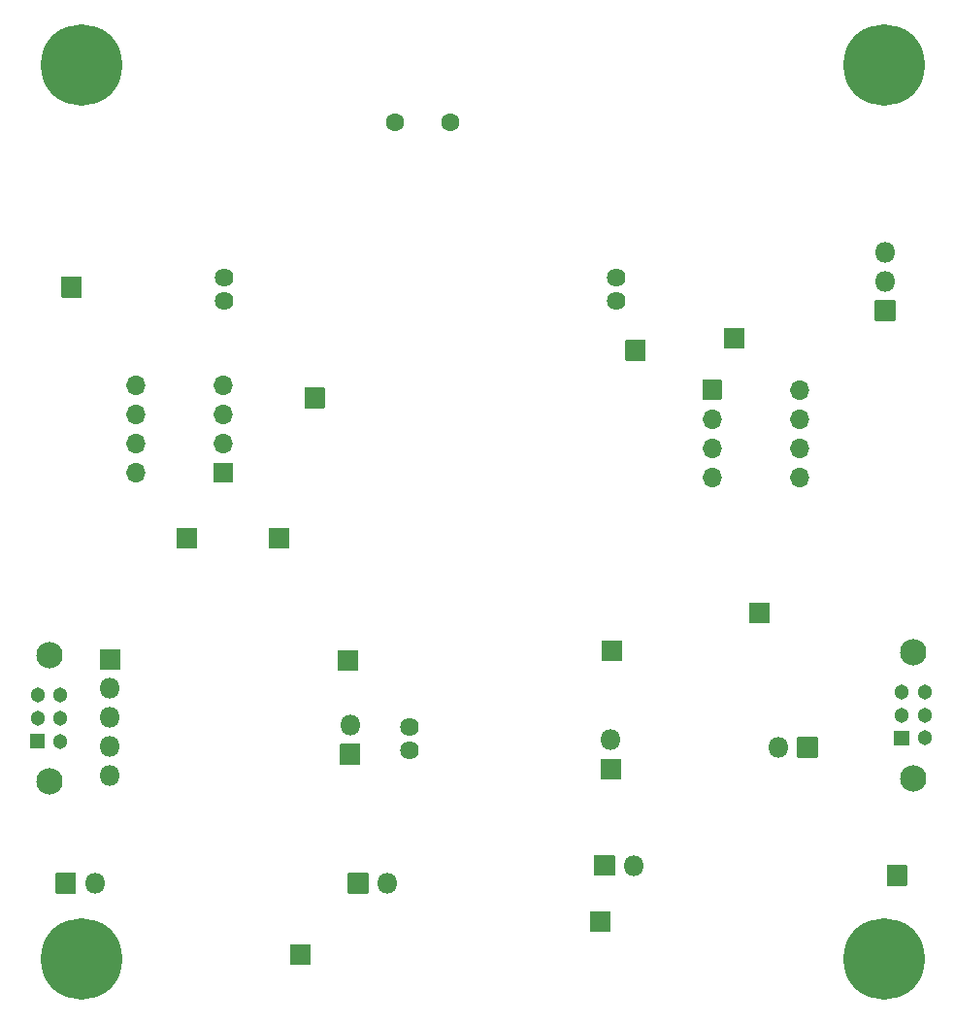
<source format=gbr>
%TF.GenerationSoftware,KiCad,Pcbnew,(5.1.9)-1*%
%TF.CreationDate,2022-01-14T21:41:21-05:00*%
%TF.ProjectId,mama_board,6d616d61-5f62-46f6-9172-642e6b696361,rev?*%
%TF.SameCoordinates,Original*%
%TF.FileFunction,Soldermask,Bot*%
%TF.FilePolarity,Negative*%
%FSLAX46Y46*%
G04 Gerber Fmt 4.6, Leading zero omitted, Abs format (unit mm)*
G04 Created by KiCad (PCBNEW (5.1.9)-1) date 2022-01-14 21:41:21*
%MOMM*%
%LPD*%
G01*
G04 APERTURE LIST*
%ADD10C,1.625600*%
%ADD11O,1.701600X1.701600*%
%ADD12C,7.101600*%
%ADD13O,1.801600X1.801600*%
%ADD14C,1.601600*%
%ADD15C,1.301600*%
%ADD16C,2.301600*%
G04 APERTURE END LIST*
D10*
%TO.C,U15*%
X141600000Y-127800000D03*
X141600000Y-129800000D03*
%TD*%
D11*
%TO.C,U11*%
X117780000Y-105600000D03*
X125400000Y-97980000D03*
X117780000Y-103060000D03*
X125400000Y-100520000D03*
X117780000Y-100520000D03*
X125400000Y-103060000D03*
X117780000Y-97980000D03*
G36*
G01*
X126250800Y-104800000D02*
X126250800Y-106400000D01*
G75*
G02*
X126200000Y-106450800I-50800J0D01*
G01*
X124600000Y-106450800D01*
G75*
G02*
X124549200Y-106400000I0J50800D01*
G01*
X124549200Y-104800000D01*
G75*
G02*
X124600000Y-104749200I50800J0D01*
G01*
X126200000Y-104749200D01*
G75*
G02*
X126250800Y-104800000I0J-50800D01*
G01*
G37*
%TD*%
D12*
%TO.C,REF\u002A\u002A*%
X183000000Y-70000000D03*
%TD*%
%TO.C,REF\u002A\u002A*%
X113000000Y-70000000D03*
%TD*%
%TO.C,REF\u002A\u002A*%
X113000000Y-148000000D03*
%TD*%
%TO.C,REF\u002A\u002A*%
X183000000Y-148000000D03*
%TD*%
D10*
%TO.C,U14*%
X159700000Y-88600000D03*
X159700000Y-90600000D03*
%TD*%
%TO.C,U13*%
X125500000Y-88600000D03*
X125500000Y-90600000D03*
%TD*%
%TO.C,TP6*%
G36*
G01*
X171247700Y-118642500D02*
X171247700Y-116942500D01*
G75*
G02*
X171298500Y-116891700I50800J0D01*
G01*
X172998500Y-116891700D01*
G75*
G02*
X173049300Y-116942500I0J-50800D01*
G01*
X173049300Y-118642500D01*
G75*
G02*
X172998500Y-118693300I-50800J0D01*
G01*
X171298500Y-118693300D01*
G75*
G02*
X171247700Y-118642500I0J50800D01*
G01*
G37*
%TD*%
%TO.C,TP3*%
G36*
G01*
X157349200Y-145575000D02*
X157349200Y-143875000D01*
G75*
G02*
X157400000Y-143824200I50800J0D01*
G01*
X159100000Y-143824200D01*
G75*
G02*
X159150800Y-143875000I0J-50800D01*
G01*
X159150800Y-145575000D01*
G75*
G02*
X159100000Y-145625800I-50800J0D01*
G01*
X157400000Y-145625800D01*
G75*
G02*
X157349200Y-145575000I0J50800D01*
G01*
G37*
%TD*%
D13*
%TO.C,JP5*%
X161190000Y-139850000D03*
G36*
G01*
X159500000Y-140750800D02*
X157800000Y-140750800D01*
G75*
G02*
X157749200Y-140700000I0J50800D01*
G01*
X157749200Y-139000000D01*
G75*
G02*
X157800000Y-138949200I50800J0D01*
G01*
X159500000Y-138949200D01*
G75*
G02*
X159550800Y-139000000I0J-50800D01*
G01*
X159550800Y-140700000D01*
G75*
G02*
X159500000Y-140750800I-50800J0D01*
G01*
G37*
%TD*%
%TO.C,JP2*%
X136450000Y-127610000D03*
G36*
G01*
X137350800Y-129300000D02*
X137350800Y-131000000D01*
G75*
G02*
X137300000Y-131050800I-50800J0D01*
G01*
X135600000Y-131050800D01*
G75*
G02*
X135549200Y-131000000I0J50800D01*
G01*
X135549200Y-129300000D01*
G75*
G02*
X135600000Y-129249200I50800J0D01*
G01*
X137300000Y-129249200D01*
G75*
G02*
X137350800Y-129300000I0J-50800D01*
G01*
G37*
%TD*%
D14*
%TO.C,Y1*%
X140340000Y-75000000D03*
X145220000Y-75000000D03*
%TD*%
D11*
%TO.C,U12*%
X175645000Y-98350000D03*
X168025000Y-105970000D03*
X175645000Y-100890000D03*
X168025000Y-103430000D03*
X175645000Y-103430000D03*
X168025000Y-100890000D03*
X175645000Y-105970000D03*
G36*
G01*
X167174200Y-99150000D02*
X167174200Y-97550000D01*
G75*
G02*
X167225000Y-97499200I50800J0D01*
G01*
X168825000Y-97499200D01*
G75*
G02*
X168875800Y-97550000I0J-50800D01*
G01*
X168875800Y-99150000D01*
G75*
G02*
X168825000Y-99200800I-50800J0D01*
G01*
X167225000Y-99200800D01*
G75*
G02*
X167174200Y-99150000I0J50800D01*
G01*
G37*
%TD*%
%TO.C,TP12*%
G36*
G01*
X160449200Y-95775000D02*
X160449200Y-94075000D01*
G75*
G02*
X160500000Y-94024200I50800J0D01*
G01*
X162200000Y-94024200D01*
G75*
G02*
X162250800Y-94075000I0J-50800D01*
G01*
X162250800Y-95775000D01*
G75*
G02*
X162200000Y-95825800I-50800J0D01*
G01*
X160500000Y-95825800D01*
G75*
G02*
X160449200Y-95775000I0J50800D01*
G01*
G37*
%TD*%
%TO.C,TP11*%
G36*
G01*
X134250800Y-98210000D02*
X134250800Y-99910000D01*
G75*
G02*
X134200000Y-99960800I-50800J0D01*
G01*
X132500000Y-99960800D01*
G75*
G02*
X132449200Y-99910000I0J50800D01*
G01*
X132449200Y-98210000D01*
G75*
G02*
X132500000Y-98159200I50800J0D01*
G01*
X134200000Y-98159200D01*
G75*
G02*
X134250800Y-98210000I0J-50800D01*
G01*
G37*
%TD*%
%TO.C,TP10*%
G36*
G01*
X131124060Y-110445180D02*
X131124060Y-112145180D01*
G75*
G02*
X131073260Y-112195980I-50800J0D01*
G01*
X129373260Y-112195980D01*
G75*
G02*
X129322460Y-112145180I0J50800D01*
G01*
X129322460Y-110445180D01*
G75*
G02*
X129373260Y-110394380I50800J0D01*
G01*
X131073260Y-110394380D01*
G75*
G02*
X131124060Y-110445180I0J-50800D01*
G01*
G37*
%TD*%
%TO.C,TP9*%
G36*
G01*
X169034200Y-94695000D02*
X169034200Y-92995000D01*
G75*
G02*
X169085000Y-92944200I50800J0D01*
G01*
X170785000Y-92944200D01*
G75*
G02*
X170835800Y-92995000I0J-50800D01*
G01*
X170835800Y-94695000D01*
G75*
G02*
X170785000Y-94745800I-50800J0D01*
G01*
X169085000Y-94745800D01*
G75*
G02*
X169034200Y-94695000I0J50800D01*
G01*
G37*
%TD*%
%TO.C,TP8*%
G36*
G01*
X113041800Y-88558000D02*
X113041800Y-90258000D01*
G75*
G02*
X112991000Y-90308800I-50800J0D01*
G01*
X111291000Y-90308800D01*
G75*
G02*
X111240200Y-90258000I0J50800D01*
G01*
X111240200Y-88558000D01*
G75*
G02*
X111291000Y-88507200I50800J0D01*
G01*
X112991000Y-88507200D01*
G75*
G02*
X113041800Y-88558000I0J-50800D01*
G01*
G37*
%TD*%
%TO.C,TP7*%
G36*
G01*
X123090800Y-110440000D02*
X123090800Y-112140000D01*
G75*
G02*
X123040000Y-112190800I-50800J0D01*
G01*
X121340000Y-112190800D01*
G75*
G02*
X121289200Y-112140000I0J50800D01*
G01*
X121289200Y-110440000D01*
G75*
G02*
X121340000Y-110389200I50800J0D01*
G01*
X123040000Y-110389200D01*
G75*
G02*
X123090800Y-110440000I0J-50800D01*
G01*
G37*
%TD*%
%TO.C,TP5*%
G36*
G01*
X183249200Y-141566000D02*
X183249200Y-139866000D01*
G75*
G02*
X183300000Y-139815200I50800J0D01*
G01*
X185000000Y-139815200D01*
G75*
G02*
X185050800Y-139866000I0J-50800D01*
G01*
X185050800Y-141566000D01*
G75*
G02*
X185000000Y-141616800I-50800J0D01*
G01*
X183300000Y-141616800D01*
G75*
G02*
X183249200Y-141566000I0J50800D01*
G01*
G37*
%TD*%
%TO.C,TP4*%
G36*
G01*
X158357200Y-121987680D02*
X158357200Y-120287680D01*
G75*
G02*
X158408000Y-120236880I50800J0D01*
G01*
X160108000Y-120236880D01*
G75*
G02*
X160158800Y-120287680I0J-50800D01*
G01*
X160158800Y-121987680D01*
G75*
G02*
X160108000Y-122038480I-50800J0D01*
G01*
X158408000Y-122038480D01*
G75*
G02*
X158357200Y-121987680I0J50800D01*
G01*
G37*
%TD*%
%TO.C,TP2*%
G36*
G01*
X135349200Y-122800000D02*
X135349200Y-121100000D01*
G75*
G02*
X135400000Y-121049200I50800J0D01*
G01*
X137100000Y-121049200D01*
G75*
G02*
X137150800Y-121100000I0J-50800D01*
G01*
X137150800Y-122800000D01*
G75*
G02*
X137100000Y-122850800I-50800J0D01*
G01*
X135400000Y-122850800D01*
G75*
G02*
X135349200Y-122800000I0J50800D01*
G01*
G37*
%TD*%
%TO.C,TP1*%
G36*
G01*
X131199200Y-148500000D02*
X131199200Y-146800000D01*
G75*
G02*
X131250000Y-146749200I50800J0D01*
G01*
X132950000Y-146749200D01*
G75*
G02*
X133000800Y-146800000I0J-50800D01*
G01*
X133000800Y-148500000D01*
G75*
G02*
X132950000Y-148550800I-50800J0D01*
G01*
X131250000Y-148550800D01*
G75*
G02*
X131199200Y-148500000I0J50800D01*
G01*
G37*
%TD*%
D13*
%TO.C,JP6*%
X173810000Y-129560000D03*
G36*
G01*
X175500000Y-128659200D02*
X177200000Y-128659200D01*
G75*
G02*
X177250800Y-128710000I0J-50800D01*
G01*
X177250800Y-130410000D01*
G75*
G02*
X177200000Y-130460800I-50800J0D01*
G01*
X175500000Y-130460800D01*
G75*
G02*
X175449200Y-130410000I0J50800D01*
G01*
X175449200Y-128710000D01*
G75*
G02*
X175500000Y-128659200I50800J0D01*
G01*
G37*
%TD*%
%TO.C,JP4*%
G36*
G01*
X160077520Y-130584840D02*
X160077520Y-132284840D01*
G75*
G02*
X160026720Y-132335640I-50800J0D01*
G01*
X158326720Y-132335640D01*
G75*
G02*
X158275920Y-132284840I0J50800D01*
G01*
X158275920Y-130584840D01*
G75*
G02*
X158326720Y-130534040I50800J0D01*
G01*
X160026720Y-130534040D01*
G75*
G02*
X160077520Y-130584840I0J-50800D01*
G01*
G37*
X159176720Y-128894840D03*
%TD*%
%TO.C,JP3*%
X139690000Y-141400000D03*
G36*
G01*
X138000000Y-142300800D02*
X136300000Y-142300800D01*
G75*
G02*
X136249200Y-142250000I0J50800D01*
G01*
X136249200Y-140550000D01*
G75*
G02*
X136300000Y-140499200I50800J0D01*
G01*
X138000000Y-140499200D01*
G75*
G02*
X138050800Y-140550000I0J-50800D01*
G01*
X138050800Y-142250000D01*
G75*
G02*
X138000000Y-142300800I-50800J0D01*
G01*
G37*
%TD*%
%TO.C,JP1*%
G36*
G01*
X112500000Y-142300800D02*
X110800000Y-142300800D01*
G75*
G02*
X110749200Y-142250000I0J50800D01*
G01*
X110749200Y-140550000D01*
G75*
G02*
X110800000Y-140499200I50800J0D01*
G01*
X112500000Y-140499200D01*
G75*
G02*
X112550800Y-140550000I0J-50800D01*
G01*
X112550800Y-142250000D01*
G75*
G02*
X112500000Y-142300800I-50800J0D01*
G01*
G37*
X114190000Y-141400000D03*
%TD*%
D15*
%TO.C,J10*%
X109190500Y-127000000D03*
G36*
G01*
X109790500Y-129650800D02*
X108590500Y-129650800D01*
G75*
G02*
X108539700Y-129600000I0J50800D01*
G01*
X108539700Y-128400000D01*
G75*
G02*
X108590500Y-128349200I50800J0D01*
G01*
X109790500Y-128349200D01*
G75*
G02*
X109841300Y-128400000I0J-50800D01*
G01*
X109841300Y-129600000D01*
G75*
G02*
X109790500Y-129650800I-50800J0D01*
G01*
G37*
X109190500Y-125000000D03*
X111190500Y-125000000D03*
X111190500Y-127000000D03*
X111190500Y-129000000D03*
D16*
X110190500Y-121500000D03*
X110190500Y-132500000D03*
%TD*%
D13*
%TO.C,J7*%
X183124840Y-86374280D03*
X183124840Y-88914280D03*
G36*
G01*
X184025640Y-90604280D02*
X184025640Y-92304280D01*
G75*
G02*
X183974840Y-92355080I-50800J0D01*
G01*
X182274840Y-92355080D01*
G75*
G02*
X182224040Y-92304280I0J50800D01*
G01*
X182224040Y-90604280D01*
G75*
G02*
X182274840Y-90553480I50800J0D01*
G01*
X183974840Y-90553480D01*
G75*
G02*
X184025640Y-90604280I0J-50800D01*
G01*
G37*
%TD*%
D15*
%TO.C,J4*%
X184556400Y-126727200D03*
G36*
G01*
X185156400Y-129378000D02*
X183956400Y-129378000D01*
G75*
G02*
X183905600Y-129327200I0J50800D01*
G01*
X183905600Y-128127200D01*
G75*
G02*
X183956400Y-128076400I50800J0D01*
G01*
X185156400Y-128076400D01*
G75*
G02*
X185207200Y-128127200I0J-50800D01*
G01*
X185207200Y-129327200D01*
G75*
G02*
X185156400Y-129378000I-50800J0D01*
G01*
G37*
X184556400Y-124727200D03*
X186556400Y-124727200D03*
X186556400Y-126727200D03*
X186556400Y-128727200D03*
D16*
X185556400Y-121227200D03*
X185556400Y-132227200D03*
%TD*%
%TO.C,J1*%
G36*
G01*
X116400800Y-121010000D02*
X116400800Y-122710000D01*
G75*
G02*
X116350000Y-122760800I-50800J0D01*
G01*
X114650000Y-122760800D01*
G75*
G02*
X114599200Y-122710000I0J50800D01*
G01*
X114599200Y-121010000D01*
G75*
G02*
X114650000Y-120959200I50800J0D01*
G01*
X116350000Y-120959200D01*
G75*
G02*
X116400800Y-121010000I0J-50800D01*
G01*
G37*
D13*
X115500000Y-124400000D03*
X115500000Y-126940000D03*
X115500000Y-129480000D03*
X115500000Y-132020000D03*
%TD*%
M02*

</source>
